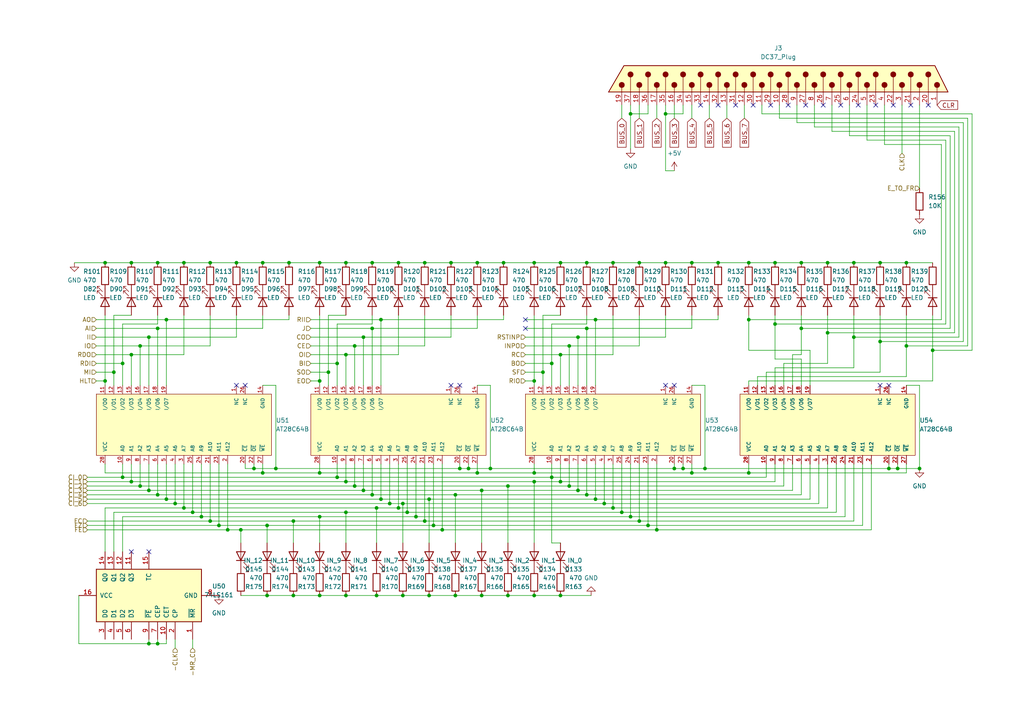
<source format=kicad_sch>
(kicad_sch (version 20230121) (generator eeschema)
  (paper "A4")
  (title_block (title "Control Logic 1/2") (date "2023-07-17") (rev "1"))
  (junction (at 200.66 137.16))
  (junction (at 138.43 137.16))
  (junction (at 116.84 172.72))
  (junction (at 257.81 135.89))
  (junction (at 107.95 143.51))
  (junction (at 217.17 92.71))
  (junction (at 97.79 105.41))
  (junction (at 45.72 186.69))
  (junction (at 260.35 135.89))
  (junction (at 217.17 137.16))
  (junction (at 170.18 95.25))
  (junction (at 100.33 102.87))
  (junction (at 142.24 135.89))
  (junction (at 60.96 76.2))
  (junction (at 109.22 147.32))
  (junction (at 33.02 107.95))
  (junction (at 162.56 102.87))
  (junction (at 100.33 172.72))
  (junction (at 92.71 76.2))
  (junction (at 154.94 137.16))
  (junction (at 175.26 146.05))
  (junction (at 208.28 76.2))
  (junction (at 115.57 147.32))
  (junction (at 107.95 95.25))
  (junction (at 240.03 96.52))
  (junction (at 77.47 172.72))
  (junction (at 132.08 143.51))
  (junction (at 48.26 144.78))
  (junction (at 38.1 139.7))
  (junction (at 154.94 172.72))
  (junction (at 130.81 76.2))
  (junction (at 109.22 172.72))
  (junction (at 217.17 76.2))
  (junction (at 92.71 149.86))
  (junction (at 97.79 138.43))
  (junction (at 172.72 144.78))
  (junction (at 48.26 92.71))
  (junction (at 185.42 76.2))
  (junction (at 162.56 139.7))
  (junction (at 100.33 76.2))
  (junction (at 124.46 144.78))
  (junction (at 138.43 76.2))
  (junction (at 193.04 33.02))
  (junction (at 73.66 135.89))
  (junction (at 182.88 33.02))
  (junction (at 154.94 110.49))
  (junction (at 58.42 149.86))
  (junction (at 154.94 76.2))
  (junction (at 154.94 139.7))
  (junction (at 76.2 76.2))
  (junction (at 85.09 172.72))
  (junction (at 92.71 172.72))
  (junction (at 116.84 146.05))
  (junction (at 110.49 144.78))
  (junction (at 76.2 137.16))
  (junction (at 204.47 135.89))
  (junction (at 157.48 107.95))
  (junction (at 100.33 148.59))
  (junction (at 232.41 95.25))
  (junction (at 120.65 149.86))
  (junction (at 132.08 172.72))
  (junction (at 123.19 151.13))
  (junction (at 165.1 140.97))
  (junction (at 177.8 147.32))
  (junction (at 60.96 151.13))
  (junction (at 102.87 140.97))
  (junction (at 266.7 135.89))
  (junction (at 83.82 76.2))
  (junction (at 69.85 153.67))
  (junction (at 55.88 148.59))
  (junction (at 247.65 76.2))
  (junction (at 165.1 100.33))
  (junction (at 170.18 143.51))
  (junction (at 53.34 147.32))
  (junction (at 110.49 92.71))
  (junction (at 35.56 105.41))
  (junction (at 107.95 76.2))
  (junction (at 255.27 99.06))
  (junction (at 45.72 143.51))
  (junction (at 172.72 92.71))
  (junction (at 38.1 102.87))
  (junction (at 95.25 107.95))
  (junction (at 167.64 97.79))
  (junction (at 105.41 142.24))
  (junction (at 100.33 139.7))
  (junction (at 35.56 138.43))
  (junction (at 170.18 76.2))
  (junction (at 77.47 152.4))
  (junction (at 43.18 186.69))
  (junction (at 190.5 153.67))
  (junction (at 232.41 76.2))
  (junction (at 167.64 142.24))
  (junction (at 180.34 148.59))
  (junction (at 38.1 76.2))
  (junction (at 198.12 135.89))
  (junction (at 123.19 76.2))
  (junction (at 66.04 153.67))
  (junction (at 45.72 95.25))
  (junction (at 147.32 172.72))
  (junction (at 125.73 152.4))
  (junction (at 105.41 97.79))
  (junction (at 240.03 76.2))
  (junction (at 80.01 135.89))
  (junction (at 50.8 146.05))
  (junction (at 43.18 142.24))
  (junction (at 102.87 100.33))
  (junction (at 30.48 110.49))
  (junction (at 224.79 93.98))
  (junction (at 224.79 76.2))
  (junction (at 146.05 76.2))
  (junction (at 255.27 76.2))
  (junction (at 200.66 76.2))
  (junction (at 124.46 172.72))
  (junction (at 68.58 76.2))
  (junction (at 133.35 135.89))
  (junction (at 92.71 137.16))
  (junction (at 187.96 152.4))
  (junction (at 40.64 100.33))
  (junction (at 262.89 76.2))
  (junction (at 160.02 105.41))
  (junction (at 118.11 148.59))
  (junction (at 135.89 135.89))
  (junction (at 85.09 151.13))
  (junction (at 139.7 142.24))
  (junction (at 43.18 97.79))
  (junction (at 115.57 76.2))
  (junction (at 177.8 76.2))
  (junction (at 162.56 172.72))
  (junction (at 147.32 140.97))
  (junction (at 162.56 76.2))
  (junction (at 128.27 153.67))
  (junction (at 195.58 135.89))
  (junction (at 270.51 101.6))
  (junction (at 193.04 76.2))
  (junction (at 182.88 149.86))
  (junction (at 63.5 152.4))
  (junction (at 247.65 97.79))
  (junction (at 262.89 100.33))
  (junction (at 53.34 76.2))
  (junction (at 185.42 151.13))
  (junction (at 92.71 110.49))
  (junction (at 30.48 76.2))
  (junction (at 160.02 138.43))
  (junction (at 113.03 146.05))
  (junction (at 139.7 172.72))
  (junction (at 40.64 140.97))
  (junction (at 45.72 76.2))
  (no_connect (at 248.92 30.48))
  (no_connect (at 259.08 30.48))
  (no_connect (at 254 30.48))
  (no_connect (at 213.36 30.48))
  (no_connect (at 218.44 30.48))
  (no_connect (at 71.12 111.76))
  (no_connect (at 257.81 111.76))
  (no_connect (at 133.35 111.76))
  (no_connect (at 193.04 111.76))
  (no_connect (at 264.16 30.48))
  (no_connect (at 238.76 30.48))
  (no_connect (at 203.2 30.48))
  (no_connect (at 152.4 95.25))
  (no_connect (at 233.68 30.48))
  (no_connect (at 223.52 30.48))
  (no_connect (at 152.4 92.71))
  (no_connect (at 38.1 160.02))
  (no_connect (at 243.84 30.48))
  (no_connect (at 208.28 30.48))
  (no_connect (at 228.6 30.48))
  (no_connect (at 195.58 111.76))
  (no_connect (at 269.24 30.48))
  (no_connect (at 255.27 111.76))
  (no_connect (at 68.58 111.76))
  (no_connect (at 130.81 111.76))
  (no_connect (at 43.18 160.02))
  (wire (pts (xy 139.7 142.24) (xy 139.7 157.48)))
  (wire (pts (xy 260.35 135.89) (xy 260.35 134.62)))
  (wire (pts (xy 97.79 138.43) (xy 160.02 138.43)))
  (wire (pts (xy 187.96 152.4) (xy 187.96 134.62)))
  (wire (pts (xy 224.79 93.98) (xy 224.79 91.44)))
  (wire (pts (xy 274.32 93.98) (xy 274.32 40.64)))
  (wire (pts (xy 275.59 95.25) (xy 275.59 39.37)))
  (wire (pts (xy 113.03 146.05) (xy 116.84 146.05)))
  (wire (pts (xy 229.87 142.24) (xy 229.87 134.62)))
  (wire (pts (xy 224.79 106.68) (xy 247.65 106.68)))
  (wire (pts (xy 160.02 138.43) (xy 160.02 134.62)))
  (wire (pts (xy 105.41 142.24) (xy 139.7 142.24)))
  (wire (pts (xy 35.56 134.62) (xy 35.56 138.43)))
  (wire (pts (xy 162.56 172.72) (xy 154.94 172.72)))
  (wire (pts (xy 25.4 140.97) (xy 40.64 140.97)))
  (wire (pts (xy 97.79 105.41) (xy 97.79 111.76)))
  (wire (pts (xy 139.7 142.24) (xy 167.64 142.24)))
  (wire (pts (xy 177.8 147.32) (xy 177.8 134.62)))
  (wire (pts (xy 43.18 97.79) (xy 43.18 111.76)))
  (wire (pts (xy 92.71 172.72) (xy 85.09 172.72)))
  (wire (pts (xy 200.66 76.2) (xy 208.28 76.2)))
  (wire (pts (xy 95.25 91.44) (xy 100.33 91.44)))
  (wire (pts (xy 280.67 100.33) (xy 280.67 34.29)))
  (wire (pts (xy 48.26 92.71) (xy 48.26 111.76)))
  (wire (pts (xy 25.4 139.7) (xy 38.1 139.7)))
  (wire (pts (xy 50.8 134.62) (xy 50.8 146.05)))
  (wire (pts (xy 107.95 93.98) (xy 107.95 91.44)))
  (wire (pts (xy 266.7 135.89) (xy 260.35 135.89)))
  (wire (pts (xy 76.2 95.25) (xy 76.2 91.44)))
  (wire (pts (xy 154.94 139.7) (xy 162.56 139.7)))
  (wire (pts (xy 60.96 100.33) (xy 60.96 91.44)))
  (wire (pts (xy 266.7 30.48) (xy 266.7 54.61)))
  (wire (pts (xy 90.17 107.95) (xy 95.25 107.95)))
  (wire (pts (xy 198.12 33.02) (xy 193.04 33.02)))
  (wire (pts (xy 270.51 110.49) (xy 270.51 101.6)))
  (wire (pts (xy 38.1 102.87) (xy 53.34 102.87)))
  (wire (pts (xy 90.17 100.33) (xy 102.87 100.33)))
  (wire (pts (xy 222.25 107.95) (xy 255.27 107.95)))
  (wire (pts (xy 48.26 144.78) (xy 110.49 144.78)))
  (wire (pts (xy 193.04 97.79) (xy 193.04 91.44)))
  (wire (pts (xy 180.34 148.59) (xy 242.57 148.59)))
  (wire (pts (xy 102.87 100.33) (xy 123.19 100.33)))
  (wire (pts (xy 66.04 134.62) (xy 66.04 153.67)))
  (wire (pts (xy 50.8 146.05) (xy 113.03 146.05)))
  (wire (pts (xy 185.42 151.13) (xy 185.42 134.62)))
  (wire (pts (xy 154.94 91.44) (xy 154.94 110.49)))
  (wire (pts (xy 53.34 134.62) (xy 53.34 147.32)))
  (wire (pts (xy 165.1 100.33) (xy 165.1 111.76)))
  (wire (pts (xy 160.02 105.41) (xy 160.02 93.98)))
  (wire (pts (xy 92.71 110.49) (xy 92.71 111.76)))
  (wire (pts (xy 224.79 111.76) (xy 224.79 106.68)))
  (wire (pts (xy 242.57 148.59) (xy 242.57 134.62)))
  (wire (pts (xy 27.94 100.33) (xy 40.64 100.33)))
  (wire (pts (xy 154.94 137.16) (xy 154.94 134.62)))
  (wire (pts (xy 27.94 110.49) (xy 30.48 110.49)))
  (wire (pts (xy 90.17 97.79) (xy 105.41 97.79)))
  (wire (pts (xy 120.65 149.86) (xy 182.88 149.86)))
  (wire (pts (xy 142.24 135.89) (xy 142.24 111.76)))
  (wire (pts (xy 71.12 134.62) (xy 71.12 135.89)))
  (wire (pts (xy 45.72 95.25) (xy 45.72 111.76)))
  (wire (pts (xy 250.19 152.4) (xy 250.19 134.62)))
  (wire (pts (xy 200.66 137.16) (xy 217.17 137.16)))
  (wire (pts (xy 45.72 134.62) (xy 45.72 143.51)))
  (wire (pts (xy 76.2 76.2) (xy 83.82 76.2)))
  (wire (pts (xy 281.94 33.02) (xy 220.98 33.02)))
  (wire (pts (xy 123.19 76.2) (xy 130.81 76.2)))
  (wire (pts (xy 152.4 102.87) (xy 162.56 102.87)))
  (wire (pts (xy 25.4 142.24) (xy 43.18 142.24)))
  (wire (pts (xy 204.47 111.76) (xy 204.47 135.89)))
  (wire (pts (xy 27.94 95.25) (xy 45.72 95.25)))
  (wire (pts (xy 165.1 140.97) (xy 227.33 140.97)))
  (wire (pts (xy 68.58 97.79) (xy 68.58 91.44)))
  (wire (pts (xy 262.89 111.76) (xy 266.7 111.76)))
  (wire (pts (xy 100.33 76.2) (xy 107.95 76.2)))
  (wire (pts (xy 234.95 111.76) (xy 234.95 101.6)))
  (wire (pts (xy 100.33 172.72) (xy 92.71 172.72)))
  (wire (pts (xy 154.94 137.16) (xy 200.66 137.16)))
  (wire (pts (xy 40.64 100.33) (xy 60.96 100.33)))
  (wire (pts (xy 138.43 137.16) (xy 154.94 137.16)))
  (wire (pts (xy 120.65 149.86) (xy 120.65 134.62)))
  (wire (pts (xy 222.25 111.76) (xy 222.25 107.95)))
  (wire (pts (xy 217.17 137.16) (xy 217.17 134.62)))
  (wire (pts (xy 152.4 95.25) (xy 170.18 95.25)))
  (wire (pts (xy 35.56 160.02) (xy 35.56 149.86)))
  (wire (pts (xy 105.41 97.79) (xy 130.81 97.79)))
  (wire (pts (xy 262.89 137.16) (xy 262.89 134.62)))
  (wire (pts (xy 45.72 93.98) (xy 45.72 91.44)))
  (wire (pts (xy 135.89 134.62) (xy 135.89 135.89)))
  (wire (pts (xy 234.95 101.6) (xy 217.17 101.6)))
  (wire (pts (xy 180.34 30.48) (xy 180.34 34.29)))
  (wire (pts (xy 232.41 102.87) (xy 232.41 95.25)))
  (wire (pts (xy 92.71 149.86) (xy 120.65 149.86)))
  (wire (pts (xy 198.12 30.48) (xy 198.12 33.02)))
  (wire (pts (xy 58.42 149.86) (xy 92.71 149.86)))
  (wire (pts (xy 240.03 96.52) (xy 276.86 96.52)))
  (wire (pts (xy 171.45 172.72) (xy 162.56 172.72)))
  (wire (pts (xy 255.27 76.2) (xy 262.89 76.2)))
  (wire (pts (xy 227.33 111.76) (xy 227.33 105.41)))
  (wire (pts (xy 281.94 101.6) (xy 281.94 33.02)))
  (wire (pts (xy 160.02 105.41) (xy 160.02 111.76)))
  (wire (pts (xy 172.72 144.78) (xy 172.72 134.62)))
  (wire (pts (xy 222.25 138.43) (xy 222.25 134.62)))
  (wire (pts (xy 118.11 148.59) (xy 180.34 148.59)))
  (wire (pts (xy 236.22 36.83) (xy 236.22 30.48)))
  (wire (pts (xy 60.96 76.2) (xy 68.58 76.2)))
  (wire (pts (xy 100.33 148.59) (xy 100.33 157.48)))
  (wire (pts (xy 185.42 100.33) (xy 185.42 91.44)))
  (wire (pts (xy 139.7 172.72) (xy 132.08 172.72)))
  (wire (pts (xy 279.4 99.06) (xy 279.4 35.56)))
  (wire (pts (xy 107.95 143.51) (xy 132.08 143.51)))
  (wire (pts (xy 116.84 146.05) (xy 175.26 146.05)))
  (wire (pts (xy 130.81 76.2) (xy 138.43 76.2)))
  (wire (pts (xy 217.17 110.49) (xy 270.51 110.49)))
  (wire (pts (xy 255.27 99.06) (xy 255.27 91.44)))
  (wire (pts (xy 53.34 102.87) (xy 53.34 91.44)))
  (wire (pts (xy 240.03 96.52) (xy 240.03 91.44)))
  (wire (pts (xy 92.71 91.44) (xy 92.71 110.49)))
  (wire (pts (xy 90.17 110.49) (xy 92.71 110.49)))
  (wire (pts (xy 227.33 105.41) (xy 240.03 105.41)))
  (wire (pts (xy 232.41 104.14) (xy 224.79 104.14)))
  (wire (pts (xy 105.41 97.79) (xy 105.41 111.76)))
  (wire (pts (xy 162.56 157.48) (xy 160.02 157.48)))
  (wire (pts (xy 266.7 111.76) (xy 266.7 135.89)))
  (wire (pts (xy 276.86 96.52) (xy 276.86 38.1)))
  (wire (pts (xy 190.5 153.67) (xy 252.73 153.67)))
  (wire (pts (xy 35.56 105.41) (xy 35.56 93.98)))
  (wire (pts (xy 217.17 92.71) (xy 273.05 92.71)))
  (wire (pts (xy 92.71 76.2) (xy 100.33 76.2)))
  (wire (pts (xy 35.56 105.41) (xy 35.56 111.76)))
  (wire (pts (xy 97.79 138.43) (xy 97.79 134.62)))
  (wire (pts (xy 45.72 76.2) (xy 53.34 76.2)))
  (wire (pts (xy 27.94 92.71) (xy 48.26 92.71)))
  (wire (pts (xy 80.01 135.89) (xy 80.01 111.76)))
  (wire (pts (xy 35.56 93.98) (xy 45.72 93.98)))
  (wire (pts (xy 182.88 33.02) (xy 182.88 43.18)))
  (wire (pts (xy 247.65 97.79) (xy 278.13 97.79)))
  (wire (pts (xy 45.72 186.69) (xy 43.18 186.69)))
  (wire (pts (xy 210.82 30.48) (xy 210.82 34.29)))
  (wire (pts (xy 97.79 105.41) (xy 97.79 93.98)))
  (wire (pts (xy 182.88 33.02) (xy 182.88 30.48)))
  (wire (pts (xy 273.05 92.71) (xy 273.05 41.91)))
  (wire (pts (xy 55.88 134.62) (xy 55.88 148.59)))
  (wire (pts (xy 200.66 111.76) (xy 204.47 111.76)))
  (wire (pts (xy 48.26 186.69) (xy 45.72 186.69)))
  (wire (pts (xy 167.64 142.24) (xy 167.64 134.62)))
  (wire (pts (xy 133.35 135.89) (xy 135.89 135.89)))
  (wire (pts (xy 25.4 138.43) (xy 35.56 138.43)))
  (wire (pts (xy 110.49 144.78) (xy 124.46 144.78)))
  (wire (pts (xy 162.56 102.87) (xy 162.56 111.76)))
  (wire (pts (xy 245.11 149.86) (xy 245.11 134.62)))
  (wire (pts (xy 257.81 135.89) (xy 260.35 135.89)))
  (wire (pts (xy 152.4 105.41) (xy 160.02 105.41)))
  (wire (pts (xy 231.14 35.56) (xy 231.14 30.48)))
  (wire (pts (xy 133.35 134.62) (xy 133.35 135.89)))
  (wire (pts (xy 247.65 97.79) (xy 247.65 91.44)))
  (wire (pts (xy 76.2 137.16) (xy 30.48 137.16)))
  (wire (pts (xy 116.84 146.05) (xy 116.84 157.48)))
  (wire (pts (xy 262.89 100.33) (xy 280.67 100.33)))
  (wire (pts (xy 278.13 97.79) (xy 278.13 36.83)))
  (wire (pts (xy 115.57 76.2) (xy 123.19 76.2)))
  (wire (pts (xy 270.51 101.6) (xy 281.94 101.6)))
  (wire (pts (xy 162.56 102.87) (xy 177.8 102.87)))
  (wire (pts (xy 123.19 151.13) (xy 185.42 151.13)))
  (wire (pts (xy 110.49 144.78) (xy 110.49 134.62)))
  (wire (pts (xy 100.33 148.59) (xy 118.11 148.59)))
  (wire (pts (xy 22.86 186.69) (xy 22.86 172.72)))
  (wire (pts (xy 157.48 107.95) (xy 157.48 111.76)))
  (wire (pts (xy 27.94 97.79) (xy 43.18 97.79)))
  (wire (pts (xy 66.04 153.67) (xy 69.85 153.67)))
  (wire (pts (xy 219.71 111.76) (xy 219.71 109.22)))
  (wire (pts (xy 152.4 107.95) (xy 157.48 107.95)))
  (wire (pts (xy 55.88 185.42) (xy 55.88 187.96)))
  (wire (pts (xy 204.47 135.89) (xy 198.12 135.89)))
  (wire (pts (xy 85.09 151.13) (xy 123.19 151.13)))
  (wire (pts (xy 154.94 76.2) (xy 162.56 76.2)))
  (wire (pts (xy 217.17 92.71) (xy 217.17 91.44)))
  (wire (pts (xy 123.19 151.13) (xy 123.19 134.62)))
  (wire (pts (xy 73.66 135.89) (xy 80.01 135.89)))
  (wire (pts (xy 170.18 76.2) (xy 177.8 76.2)))
  (wire (pts (xy 219.71 109.22) (xy 262.89 109.22)))
  (wire (pts (xy 128.27 153.67) (xy 190.5 153.67)))
  (wire (pts (xy 115.57 102.87) (xy 115.57 91.44)))
  (wire (pts (xy 160.02 93.98) (xy 170.18 93.98)))
  (wire (pts (xy 25.4 153.67) (xy 66.04 153.67)))
  (wire (pts (xy 40.64 100.33) (xy 40.64 111.76)))
  (wire (pts (xy 80.01 135.89) (xy 133.35 135.89)))
  (wire (pts (xy 217.17 111.76) (xy 217.17 110.49)))
  (wire (pts (xy 152.4 97.79) (xy 167.64 97.79)))
  (wire (pts (xy 154.94 172.72) (xy 147.32 172.72)))
  (wire (pts (xy 95.25 107.95) (xy 95.25 91.44)))
  (wire (pts (xy 232.41 95.25) (xy 275.59 95.25)))
  (wire (pts (xy 128.27 153.67) (xy 128.27 134.62)))
  (wire (pts (xy 152.4 100.33) (xy 165.1 100.33)))
  (wire (pts (xy 227.33 140.97) (xy 227.33 134.62)))
  (wire (pts (xy 142.24 111.76) (xy 138.43 111.76)))
  (wire (pts (xy 100.33 139.7) (xy 100.33 134.62)))
  (wire (pts (xy 90.17 95.25) (xy 107.95 95.25)))
  (wire (pts (xy 160.02 138.43) (xy 222.25 138.43)))
  (wire (pts (xy 240.03 147.32) (xy 240.03 134.62)))
  (wire (pts (xy 215.9 30.48) (xy 215.9 34.29)))
  (wire (pts (xy 165.1 100.33) (xy 185.42 100.33)))
  (wire (pts (xy 193.04 49.53) (xy 195.58 49.53)))
  (wire (pts (xy 109.22 147.32) (xy 109.22 157.48)))
  (wire (pts (xy 27.94 107.95) (xy 33.02 107.95)))
  (wire (pts (xy 257.81 134.62) (xy 257.81 135.89)))
  (wire (pts (xy 124.46 172.72) (xy 116.84 172.72)))
  (wire (pts (xy 182.88 149.86) (xy 182.88 134.62)))
  (wire (pts (xy 48.26 134.62) (xy 48.26 144.78)))
  (wire (pts (xy 175.26 146.05) (xy 237.49 146.05)))
  (wire (pts (xy 157.48 107.95) (xy 157.48 91.44)))
  (wire (pts (xy 55.88 148.59) (xy 100.33 148.59)))
  (wire (pts (xy 90.17 102.87) (xy 100.33 102.87)))
  (wire (pts (xy 90.17 105.41) (xy 97.79 105.41)))
  (wire (pts (xy 27.94 102.87) (xy 38.1 102.87)))
  (wire (pts (xy 68.58 76.2) (xy 76.2 76.2)))
  (wire (pts (xy 187.96 152.4) (xy 250.19 152.4)))
  (wire (pts (xy 273.05 41.91) (xy 256.54 41.91)))
  (wire (pts (xy 33.02 107.95) (xy 33.02 91.44)))
  (wire (pts (xy 25.4 151.13) (xy 60.96 151.13)))
  (wire (pts (xy 237.49 146.05) (xy 237.49 134.62)))
  (wire (pts (xy 162.56 76.2) (xy 170.18 76.2)))
  (wire (pts (xy 25.4 146.05) (xy 50.8 146.05)))
  (wire (pts (xy 50.8 185.42) (xy 50.8 187.96)))
  (wire (pts (xy 105.41 142.24) (xy 105.41 134.62)))
  (wire (pts (xy 30.48 137.16) (xy 30.48 134.62)))
  (wire (pts (xy 38.1 102.87) (xy 38.1 111.76)))
  (wire (pts (xy 113.03 146.05) (xy 113.03 134.62)))
  (wire (pts (xy 85.09 151.13) (xy 85.09 157.48)))
  (wire (pts (xy 107.95 95.25) (xy 138.43 95.25)))
  (wire (pts (xy 232.41 95.25) (xy 232.41 91.44)))
  (wire (pts (xy 132.08 172.72) (xy 124.46 172.72)))
  (wire (pts (xy 154.94 110.49) (xy 154.94 111.76)))
  (wire (pts (xy 109.22 147.32) (xy 115.57 147.32)))
  (wire (pts (xy 187.96 33.02) (xy 182.88 33.02)))
  (wire (pts (xy 35.56 149.86) (xy 58.42 149.86)))
  (wire (pts (xy 63.5 152.4) (xy 77.47 152.4)))
  (wire (pts (xy 172.72 92.71) (xy 172.72 111.76)))
  (wire (pts (xy 107.95 95.25) (xy 107.95 111.76)))
  (wire (pts (xy 110.49 92.71) (xy 146.05 92.71)))
  (wire (pts (xy 71.12 135.89) (xy 73.66 135.89)))
  (wire (pts (xy 229.87 102.87) (xy 232.41 102.87)))
  (wire (pts (xy 25.4 144.78) (xy 48.26 144.78)))
  (wire (pts (xy 278.13 36.83) (xy 236.22 36.83)))
  (wire (pts (xy 224.79 76.2) (xy 232.41 76.2)))
  (wire (pts (xy 170.18 143.51) (xy 232.41 143.51)))
  (wire (pts (xy 280.67 34.29) (xy 226.06 34.29)))
  (wire (pts (xy 167.64 97.79) (xy 193.04 97.79)))
  (wire (pts (xy 177.8 76.2) (xy 185.42 76.2)))
  (wire (pts (xy 270.51 101.6) (xy 270.51 91.44)))
  (wire (pts (xy 138.43 76.2) (xy 146.05 76.2)))
  (wire (pts (xy 83.82 76.2) (xy 92.71 76.2)))
  (wire (pts (xy 125.73 152.4) (xy 125.73 134.62)))
  (wire (pts (xy 69.85 153.67) (xy 128.27 153.67)))
  (wire (pts (xy 160.02 157.48) (xy 160.02 138.43)))
  (wire (pts (xy 185.42 76.2) (xy 193.04 76.2)))
  (wire (pts (xy 170.18 95.25) (xy 170.18 111.76)))
  (wire (pts (xy 262.89 100.33) (xy 262.89 91.44)))
  (wire (pts (xy 43.18 142.24) (xy 105.41 142.24)))
  (wire (pts (xy 43.18 186.69) (xy 22.86 186.69)))
  (wire (pts (xy 77.47 152.4) (xy 125.73 152.4)))
  (wire (pts (xy 102.87 140.97) (xy 102.87 134.62)))
  (wire (pts (xy 95.25 107.95) (xy 95.25 111.76)))
  (wire (pts (xy 170.18 95.25) (xy 200.66 95.25)))
  (wire (pts (xy 167.64 97.79) (xy 167.64 111.76)))
  (wire (pts (xy 80.01 111.76) (xy 76.2 111.76)))
  (wire (pts (xy 130.81 97.79) (xy 130.81 91.44)))
  (wire (pts (xy 33.02 148.59) (xy 55.88 148.59)))
  (wire (pts (xy 224.79 104.14) (xy 224.79 93.98)))
  (wire (pts (xy 115.57 147.32) (xy 115.57 134.62)))
  (wire (pts (xy 247.65 76.2) (xy 255.27 76.2)))
  (wire (pts (xy 69.85 153.67) (xy 69.85 157.48)))
  (wire (pts (xy 195.58 135.89) (xy 195.58 134.62)))
  (wire (pts (xy 53.34 76.2) (xy 60.96 76.2)))
  (wire (pts (xy 83.82 92.71) (xy 83.82 91.44)))
  (wire (pts (xy 232.41 111.76) (xy 232.41 104.14)))
  (wire (pts (xy 48.26 185.42) (xy 48.26 186.69)))
  (wire (pts (xy 45.72 143.51) (xy 107.95 143.51)))
  (wire (pts (xy 204.47 135.89) (xy 257.81 135.89)))
  (wire (pts (xy 38.1 139.7) (xy 100.33 139.7)))
  (wire (pts (xy 97.79 93.98) (xy 107.95 93.98)))
  (wire (pts (xy 100.33 102.87) (xy 115.57 102.87)))
  (wire (pts (xy 187.96 30.48) (xy 187.96 33.02)))
  (wire (pts (xy 124.46 144.78) (xy 172.72 144.78)))
  (wire (pts (xy 193.04 76.2) (xy 200.66 76.2)))
  (wire (pts (xy 198.12 135.89) (xy 195.58 135.89)))
  (wire (pts (xy 107.95 143.51) (xy 107.95 134.62)))
  (wire (pts (xy 247.65 151.13) (xy 247.65 134.62)))
  (wire (pts (xy 162.56 139.7) (xy 162.56 134.62)))
  (wire (pts (xy 43.18 134.62) (xy 43.18 142.24)))
  (wire (pts (xy 152.4 110.49) (xy 154.94 110.49)))
  (wire (pts (xy 100.33 139.7) (xy 154.94 139.7)))
  (wire (pts (xy 102.87 100.33) (xy 102.87 111.76)))
  (wire (pts (xy 77.47 172.72) (xy 69.85 172.72)))
  (wire (pts (xy 132.08 143.51) (xy 132.08 157.48)))
  (wire (pts (xy 208.28 76.2) (xy 217.17 76.2)))
  (wire (pts (xy 35.56 138.43) (xy 97.79 138.43)))
  (wire (pts (xy 220.98 33.02) (xy 220.98 30.48)))
  (wire (pts (xy 154.94 139.7) (xy 154.94 157.48)))
  (wire (pts (xy 152.4 92.71) (xy 172.72 92.71)))
  (wire (pts (xy 240.03 105.41) (xy 240.03 96.52)))
  (wire (pts (xy 165.1 140.97) (xy 165.1 134.62)))
  (wire (pts (xy 77.47 152.4) (xy 77.47 157.48)))
  (wire (pts (xy 118.11 148.59) (xy 118.11 134.62)))
  (wire (pts (xy 100.33 102.87) (xy 100.33 111.76)))
  (wire (pts (xy 40.64 140.97) (xy 102.87 140.97)))
  (wire (pts (xy 217.17 76.2) (xy 224.79 76.2)))
  (wire (pts (xy 135.89 135.89) (xy 142.24 135.89)))
  (wire (pts (xy 170.18 93.98) (xy 170.18 91.44)))
  (wire (pts (xy 116.84 172.72) (xy 109.22 172.72)))
  (wire (pts (xy 142.24 135.89) (xy 195.58 135.89)))
  (wire (pts (xy 48.26 92.71) (xy 83.82 92.71)))
  (wire (pts (xy 193.04 33.02) (xy 193.04 30.48)))
  (wire (pts (xy 132.08 143.51) (xy 170.18 143.51)))
  (wire (pts (xy 109.22 172.72) (xy 100.33 172.72)))
  (wire (pts (xy 30.48 147.32) (xy 53.34 147.32)))
  (wire (pts (xy 255.27 107.95) (xy 255.27 99.06)))
  (wire (pts (xy 147.32 172.72) (xy 139.7 172.72)))
  (wire (pts (xy 115.57 147.32) (xy 177.8 147.32)))
  (wire (pts (xy 30.48 110.49) (xy 30.48 111.76)))
  (wire (pts (xy 167.64 142.24) (xy 229.87 142.24)))
  (wire (pts (xy 30.48 160.02) (xy 30.48 147.32)))
  (wire (pts (xy 138.43 134.62) (xy 138.43 137.16)))
  (wire (pts (xy 177.8 102.87) (xy 177.8 91.44)))
  (wire (pts (xy 33.02 107.95) (xy 33.02 111.76)))
  (wire (pts (xy 25.4 152.4) (xy 63.5 152.4)))
  (wire (pts (xy 234.95 144.78) (xy 234.95 134.62)))
  (wire (pts (xy 232.41 143.51) (xy 232.41 134.62)))
  (wire (pts (xy 147.32 140.97) (xy 165.1 140.97)))
  (wire (pts (xy 53.34 147.32) (xy 109.22 147.32)))
  (wire (pts (xy 25.4 143.51) (xy 45.72 143.51)))
  (wire (pts (xy 274.32 40.64) (xy 251.46 40.64)))
  (wire (pts (xy 232.41 76.2) (xy 240.03 76.2)))
  (wire (pts (xy 27.94 105.41) (xy 35.56 105.41)))
  (wire (pts (xy 182.88 149.86) (xy 245.11 149.86)))
  (wire (pts (xy 224.79 139.7) (xy 224.79 134.62)))
  (wire (pts (xy 63.5 134.62) (xy 63.5 152.4)))
  (wire (pts (xy 217.17 101.6) (xy 217.17 92.71)))
  (wire (pts (xy 30.48 76.2) (xy 38.1 76.2)))
  (wire (pts (xy 60.96 151.13) (xy 85.09 151.13)))
  (wire (pts (xy 172.72 92.71) (xy 208.28 92.71)))
  (wire (pts (xy 45.72 95.25) (xy 76.2 95.25)))
  (wire (pts (xy 217.17 137.16) (xy 262.89 137.16)))
  (wire (pts (xy 247.65 106.68) (xy 247.65 97.79)))
  (wire (pts (xy 185.42 30.48) (xy 185.42 34.29)))
  (wire (pts (xy 180.34 148.59) (xy 180.34 134.62)))
  (wire (pts (xy 33.02 160.02) (xy 33.02 148.59)))
  (wire (pts (xy 193.04 33.02) (xy 193.04 49.53)))
  (wire (pts (xy 185.42 151.13) (xy 247.65 151.13)))
  (wire (pts (xy 172.72 144.78) (xy 234.95 144.78)))
  (wire (pts (xy 200.66 30.48) (xy 200.66 34.29)))
  (wire (pts (xy 200.66 95.25) (xy 200.66 91.44)))
  (wire (pts (xy 147.32 140.97) (xy 147.32 157.48)))
  (wire (pts (xy 251.46 40.64) (xy 251.46 30.48)))
  (wire (pts (xy 195.58 30.48) (xy 195.58 34.29)))
  (wire (pts (xy 200.66 134.62) (xy 200.66 137.16)))
  (wire (pts (xy 157.48 91.44) (xy 162.56 91.44)))
  (wire (pts (xy 110.49 92.71) (xy 110.49 111.76)))
  (wire (pts (xy 40.64 134.62) (xy 40.64 140.97)))
  (wire (pts (xy 85.09 172.72) (xy 77.47 172.72)))
  (wire (pts (xy 241.3 38.1) (xy 241.3 30.48)))
  (wire (pts (xy 60.96 134.62) (xy 60.96 151.13)))
  (wire (pts (xy 275.59 39.37) (xy 246.38 39.37)))
  (wire (pts (xy 43.18 185.42) (xy 43.18 186.69)))
  (wire (pts (xy 177.8 147.32) (xy 240.03 147.32)))
  (wire (pts (xy 146.05 92.71) (xy 146.05 91.44)))
  (wire (pts (xy 125.73 152.4) (xy 187.96 152.4)))
  (wire (pts (xy 262.89 76.2) (xy 270.51 76.2)))
  (wire (pts (xy 45.72 185.42) (xy 45.72 186.69)))
  (wire (pts (xy 252.73 153.67) (xy 252.73 134.62)))
  (wire (pts (xy 224.79 93.98) (xy 274.32 93.98)))
  (wire (pts (xy 30.48 91.44) (xy 30.48 110.49)))
  (wire (pts (xy 107.95 76.2) (xy 115.57 76.2)))
  (wire (pts (xy 38.1 134.62) (xy 38.1 139.7)))
  (wire (pts (xy 276.86 38.1) (xy 241.3 38.1)))
  (wire (pts (xy 92.71 134.62) (xy 92.71 137.16)))
  (wire (pts (xy 256.54 41.91) (xy 256.54 30.48)))
  (wire (pts (xy 146.05 76.2) (xy 154.94 76.2)))
  (wire (pts (xy 138.43 95.25) (xy 138.43 91.44)))
  (wire (pts (xy 102.87 140.97) (xy 147.32 140.97)))
  (wire (pts (xy 255.27 99.06) (xy 279.4 99.06)))
  (wire (pts (xy 226.06 34.29) (xy 226.06 30.48)))
  (wire (pts (xy 261.62 30.48) (xy 261.62 44.45)))
  (wire (pts (xy 198.12 135.89) (xy 198.12 134.62)))
  (wire (pts (xy 123.19 100.33) (xy 123.19 91.44)))
  (wire (pts (xy 33.02 91.44) (xy 38.1 91.44)))
  (wire (pts (xy 58.42 134.62) (xy 58.42 149.86)))
  (wire (pts (xy 124.46 144.78) (xy 124.46 157.48)))
  (wire (pts (xy 21.59 76.2) (xy 30.48 76.2)))
  (wire (pts (xy 262.89 109.22) (xy 262.89 100.33)))
  (wire (pts (xy 90.17 92.71) (xy 110.49 92.71)))
  (wire (pts (xy 38.1 76.2) (xy 45.72 76.2)))
  (wire (pts (xy 190.5 30.48) (xy 190.5 34.29)))
  (wire (pts (xy 190.5 153.67) (xy 190.5 134.62)))
  (wire (pts (xy 170.18 143.51) (xy 170.18 134.62)))
  (wire (pts (xy 92.71 149.86) (xy 92.71 157.48)))
  (wire (pts (xy 43.18 97.79) (xy 68.58 97.79)))
  (wire (pts (xy 76.2 134.62) (xy 76.2 137.16)))
  (wire (pts (xy 229.87 111.76) (xy 229.87 102.87)))
  (wire (pts (xy 246.38 39.37) (xy 246.38 30.48)))
  (wire (pts (xy 92.71 137.16) (xy 76.2 137.16)))
  (wire (pts (xy 205.74 30.48) (xy 205.74 34.29)))
  (wire (pts (xy 208.28 92.71) (xy 208.28 91.44)))
  (wire (pts (xy 92.71 137.16) (xy 138.43 137.16)))
  (wire (pts (xy 279.4 35.56) (xy 231.14 35.56)))
  (wire (pts (xy 175.26 146.05) (xy 175.26 134.62)))
  (wire (pts (xy 240.03 76.2) (xy 247.65 76.2)))
  (wire (pts (xy 162.56 139.7) (xy 224.79 139.7)))
  (wire (pts (xy 73.66 134.62) (xy 73.66 135.89)))
  (global_label "BUS_4" (shape input) (at 200.66 34.29 270) (property "Intersheetrefs" "${INTERSHEET_REFS}" (effects hide)))
  (global_label "BUS_3" (shape input) (at 195.58 34.29 270) (property "Intersheetrefs" "${INTERSHEET_REFS}" (effects hide)))
  (global_label "CLR" (shape input) (at 271.78 30.48 0) (property "Intersheetrefs" "${INTERSHEET_REFS}" (effects hide)))
  (global_label "BUS_6" (shape input) (at 210.82 34.29 270) (property "Intersheetrefs" "${INTERSHEET_REFS}" (effects hide)))
  (global_label "BUS_1" (shape input) (at 185.42 34.29 270) (property "Intersheetrefs" "${INTERSHEET_REFS}" (effects hide)))
  (global_label "BUS_5" (shape input) (at 205.74 34.29 270) (property "Intersheetrefs" "${INTERSHEET_REFS}" (effects hide)))
  (global_label "BUS_7" (shape input) (at 215.9 34.29 270) (property "Intersheetrefs" "${INTERSHEET_REFS}" (effects hide)))
  (global_label "BUS_0" (shape input) (at 180.34 34.29 270) (property "Intersheetrefs" "${INTERSHEET_REFS}" (effects hide)))
  (global_label "BUS_2" (shape input) (at 190.5 34.29 270) (property "Intersheetrefs" "${INTERSHEET_REFS}" (effects hide)))
  (hierarchical_label "CI_1" (shape input) (at 25.4 139.7 180))
  (hierarchical_label "CO" (shape input) (at 90.17 97.79 180))
  (hierarchical_label "J" (shape input) (at 90.17 95.25 180))
  (hierarchical_label "OI" (shape input) (at 90.17 102.87 180))
  (hierarchical_label "FZ" (shape input) (at 25.4 152.4 180))
  (hierarchical_label "RII" (shape input) (at 90.17 92.71 180))
  (hierarchical_label "CI_2" (shape input) (at 25.4 140.97 180))
  (hierarchical_label "CLK" (shape input) (at 261.62 44.45 270))
  (hierarchical_label "HLT" (shape input) (at 27.94 110.49 180))
  (hierarchical_label "AO" (shape input) (at 27.94 92.71 180))
  (hierarchical_label "AI" (shape input) (at 27.94 95.25 180))
  (hierarchical_label "IO" (shape input) (at 27.94 100.33 180))
  (hierarchical_label "CI_0" (shape input) (at 25.4 138.43 180))
  (hierarchical_label "CI_3" (shape input) (at 25.4 142.24 180))
  (hierarchical_label "RDO" (shape input) (at 27.94 102.87 180))
  (hierarchical_label "-MR_C" (shape input) (at 55.88 187.96 270))
  (hierarchical_label "FC" (shape input) (at 25.4 151.13 180))
  (hierarchical_label "INPO" (shape input) (at 152.4 100.33 180))
  (hierarchical_label "RSTINP" (shape input) (at 152.4 97.79 180))
  (hierarchical_label "BI" (shape input) (at 90.17 105.41 180))
  (hierarchical_label "RDI" (shape input) (at 27.94 105.41 180))
  (hierarchical_label "BO" (shape input) (at 152.4 105.41 180))
  (hierarchical_label "II" (shape input) (at 27.94 97.79 180))
  (hierarchical_label "E_TO_FR" (shape input) (at 266.7 54.61 180))
  (hierarchical_label "EO" (shape input) (at 90.17 110.49 180))
  (hierarchical_label "CI_5" (shape input) (at 25.4 144.78 180))
  (hierarchical_label "RIO" (shape input) (at 152.4 110.49 180))
  (hierarchical_label "CI_6" (shape input) (at 25.4 146.05 180))
  (hierarchical_label "-CLK" (shape input) (at 50.8 187.96 270))
  (hierarchical_label "FE" (shape input) (at 25.4 153.67 180))
  (hierarchical_label "MI" (shape input) (at 27.94 107.95 180))
  (hierarchical_label "CI_4" (shape input) (at 25.4 143.51 180))
  (hierarchical_label "SO" (shape input) (at 90.17 107.95 180))
  (hierarchical_label "RC" (shape input) (at 152.4 102.87 180))
  (hierarchical_label "SF" (shape input) (at 152.4 107.95 180))
  (hierarchical_label "CE" (shape input) (at 90.17 100.33 180))
  (symbol (lib_id "Device:LED") (at 139.7 161.29 90) (unit 1)
    (property "Reference" "D136" (at 146.05 165.1 90) (effects (justify left)))
    (property "Value" "IN_3" (at 146.05 162.56 90) (effects (justify left)))
    (property "Footprint" "LED_THT:LED_D3.0mm" (effects hide))
  )
  (symbol (lib_id "Device:LED") (at 255.27 87.63 270) (unit 1)
    (property "Reference" "D118" (at 248.92 83.82 90) (effects (justify left)))
    (property "Value" "LED" (at 248.92 86.36 90) (effects (justify left)))
    (property "Footprint" "LED_THT:LED_D3.0mm" (effects hide))
  )
  (symbol (lib_id "Device:LED") (at 208.28 87.63 270) (unit 1)
    (property "Reference" "D112" (at 201.93 83.82 90) (effects (justify left)))
    (property "Value" "LED" (at 201.93 86.36 90) (effects (justify left)))
    (property "Footprint" "LED_THT:LED_D3.0mm" (effects hide))
  )
  (symbol (lib_id "Device:LED") (at 60.96 87.63 270) (unit 1)
    (property "Reference" "D93" (at 54.61 83.82 90) (effects (justify left)))
    (property "Value" "LED" (at 54.61 86.36 90) (effects (justify left)))
    (property "Footprint" "LED_THT:LED_D3.0mm" (effects hide))
  )
  (symbol (lib_id "Parallel_EEPROM:AT28C64B-15PU") (at 92.71 137.16 90) (unit 1)
    (property "Reference" "U52" (at 142.24 121.92 90) (effects (justify right)))
    (property "Value" "AT28C64B" (at 142.24 124.46 90) (effects (justify right)))
    (property "Footprint" "Package_DIP:DIP-28_W15.24mm_Socket" (effects hide))
    (property "Datasheet" "http://ww1.microchip.com/downloads/en/DeviceDoc/doc0270.pdf" (effects hide))
    (property "Access Time" "150ns" (effects hide))
    (property "Memory Size" "64Kb (8K x 8)" (effects hide))
    (property "Technology" "EEPROM" (effects hide))
    (property "Voltage - Supply" "4.5V ~{} 5.5V" (effects hide))
    (property "category" "IC" (effects hide))
    (property "digikey description" "EEPROM Memory IC 64Kb (8K x 8) Parallel  150ns 28-PDIP" (effects hide))
    (property "digikey part number" "AT28C64B-15PU-ND" (effects hide))
    (property "ipc land pattern name" "DIP1556W46P254L3702H483Q28" (effects hide))
    (property "lead free" "yes" (effects hide))
    (property "library id" "a820f96a93be55bf" (effects hide))
    (property "manufacturer" "Microchip" (effects hide))
    (property "mouser part number" "556-AT28C64B15PU" (effects hide))
    (property "package" "PDIP28" (effects hide))
    (property "rohs" "yes" (effects hide))
    (property "temperature range high" "+85°C" (effects hide))
    (property "temperature range low" "-40°C" (effects hide))
  )
  (symbol (lib_id "Device:LED") (at 185.42 87.63 270) (unit 1)
    (property "Reference" "D109" (at 179.07 83.82 90) (effects (justify left)))
    (property "Value" "LED" (at 179.07 86.36 90) (effects (justify left)))
    (property "Footprint" "LED_THT:LED_D3.0mm" (effects hide))
  )
  (symbol (lib_id "Device:LED") (at 85.09 161.29 90) (unit 1)
    (property "Reference" "D143" (at 91.44 165.1 90) (effects (justify left)))
    (property "Value" "IN_10" (at 91.44 162.56 90) (effects (justify left)))
    (property "Footprint" "LED_THT:LED_D3.0mm" (effects hide))
  )
  (symbol (lib_id "Device:R") (at 162.56 80.01 0) (unit 1)
    (property "Reference" "R125" (at 156.21 78.74 0) (effects (justify left)))
    (property "Value" "470" (at 156.21 81.28 0) (effects (justify left)))
    (property "Footprint" "Resistor_SMD:R_1206_3216Metric_Pad1.30x1.75mm_HandSolder" (effects hide))
  )
  (symbol (lib_id "Device:LED") (at 115.57 87.63 270) (unit 1)
    (property "Reference" "D100" (at 109.22 83.82 90) (effects (justify left)))
    (property "Value" "LED" (at 109.22 86.36 90) (effects (justify left)))
    (property "Footprint" "LED_THT:LED_D3.0mm" (effects hide))
  )
  (symbol (lib_id "Device:LED") (at 240.03 87.63 270) (unit 1)
    (property "Reference" "D116" (at 233.68 83.82 90) (effects (justify left)))
    (property "Value" "LED" (at 233.68 86.36 90) (effects (justify left)))
    (property "Footprint" "LED_THT:LED_D3.0mm" (effects hide))
  )
  (symbol (lib_id "Device:R") (at 130.81 80.01 0) (unit 1)
    (property "Reference" "R121" (at 124.46 78.74 0) (effects (justify left)))
    (property "Value" "470" (at 124.46 81.28 0) (effects (justify left)))
    (property "Footprint" "Resistor_SMD:R_1206_3216Metric_Pad1.30x1.75mm_HandSolder" (effects hide))
  )
  (symbol (lib_id "Device:R") (at 266.7 58.42 0) (unit 1)
    (property "Reference" "R156" (at 269.24 57.15 0) (effects (justify left)))
    (property "Value" "10K" (at 269.24 59.69 0) (effects (justify left)))
    (property "Footprint" "Resistor_SMD:R_1206_3216Metric_Pad1.30x1.75mm_HandSolder" (effects hide))
  )
  (symbol (lib_id "Device:LED") (at 170.18 87.63 270) (unit 1)
    (property "Reference" "D107" (at 163.83 83.82 90) (effects (justify left)))
    (property "Value" "LED" (at 163.83 86.36 90) (effects (justify left)))
    (property "Footprint" "LED_THT:LED_D3.0mm" (effects hide))
  )
  (symbol (lib_id "Device:LED") (at 270.51 87.63 270) (unit 1)
    (property "Reference" "D120" (at 264.16 83.82 90) (effects (justify left)))
    (property "Value" "LED" (at 264.16 86.36 90) (effects (justify left)))
    (property "Footprint" "LED_THT:LED_D3.0mm" (effects hide))
  )
  (symbol (lib_id "Device:LED") (at 68.58 87.63 270) (unit 1)
    (property "Reference" "D94" (at 62.23 83.82 90) (effects (justify left)))
    (property "Value" "LED" (at 62.23 86.36 90) (effects (justify left)))
    (property "Footprint" "LED_THT:LED_D3.0mm" (effects hide))
  )
  (symbol (lib_id "power:GND") (at 266.7 62.23 0) (unit 1)
    (property "Reference" "#PWR0114" (effects hide))
    (property "Value" "GND" (at 266.7 67.31 0))
  )
  (symbol (lib_id "Device:R") (at 217.17 80.01 0) (unit 1)
    (property "Reference" "R132" (at 210.82 78.74 0) (effects (justify left)))
    (property "Value" "470" (at 210.82 81.28 0) (effects (justify left)))
    (property "Footprint" "Resistor_SMD:R_1206_3216Metric_Pad1.30x1.75mm_HandSolder" (effects hide))
  )
  (symbol (lib_id "Device:R") (at 200.66 80.01 0) (unit 1)
    (property "Reference" "R130" (at 194.31 78.74 0) (effects (justify left)))
    (property "Value" "470" (at 194.31 81.28 0) (effects (justify left)))
    (property "Footprint" "Resistor_SMD:R_1206_3216Metric_Pad1.30x1.75mm_HandSolder" (effects hide))
  )
  (symbol (lib_id "Device:LED") (at 162.56 87.63 270) (unit 1)
    (property "Reference" "D106" (at 156.21 83.82 90) (effects (justify left)))
    (property "Value" "LED" (at 156.21 86.36 90) (effects (justify left)))
    (property "Footprint" "LED_THT:LED_D3.0mm" (effects hide))
  )
  (symbol (lib_id "power:+5V") (at 195.58 49.53 0) (unit 1)
    (property "Reference" "#PWR0105" (effects hide))
    (property "Value" "+5V" (at 195.58 44.45 0))
  )
  (symbol (lib_id "Device:LED") (at 247.65 87.63 270) (unit 1)
    (property "Reference" "D117" (at 241.3 83.82 90) (effects (justify left)))
    (property "Value" "LED" (at 241.3 86.36 90) (effects (justify left)))
    (property "Footprint" "LED_THT:LED_D3.0mm" (effects hide))
  )
  (symbol (lib_id "Device:R") (at 162.56 168.91 180) (unit 1)
    (property "Reference" "R163" (at 168.91 170.18 0) (effects (justify left)))
    (property "Value" "470" (at 168.91 167.64 0) (effects (justify left)))
    (property "Footprint" "Resistor_SMD:R_1206_3216Metric_Pad1.30x1.75mm_HandSolder" (effects hide))
  )
  (symbol (lib_id "Device:R") (at 240.03 80.01 0) (unit 1)
    (property "Reference" "R135" (at 233.68 78.74 0) (effects (justify left)))
    (property "Value" "470" (at 233.68 81.28 0) (effects (justify left)))
    (property "Footprint" "Resistor_SMD:R_1206_3216Metric_Pad1.30x1.75mm_HandSolder" (effects hide))
  )
  (symbol (lib_id "Device:LED") (at 109.22 161.29 90) (unit 1)
    (property "Reference" "D140" (at 115.57 165.1 90) (effects (justify left)))
    (property "Value" "IN_7" (at 115.57 162.56 90) (effects (justify left)))
    (property "Footprint" "LED_THT:LED_D3.0mm" (effects hide))
  )
  (symbol (lib_id "Device:R") (at 69.85 168.91 180) (unit 1)
    (property "Reference" "R175" (at 76.2 170.18 0) (effects (justify left)))
    (property "Value" "470" (at 76.2 167.64 0) (effects (justify left)))
    (property "Footprint" "Resistor_SMD:R_1206_3216Metric_Pad1.30x1.75mm_HandSolder" (effects hide))
  )
  (symbol (lib_id "Device:R") (at 68.58 80.01 0) (unit 1)
    (property "Reference" "R113" (at 62.23 78.74 0) (effects (justify left)))
    (property "Value" "470" (at 62.23 81.28 0) (effects (justify left)))
    (property "Footprint" "Resistor_SMD:R_1206_3216Metric_Pad1.30x1.75mm_HandSolder" (effects hide))
  )
  (symbol (lib_id "Device:LED") (at 30.48 87.63 270) (unit 1)
    (property "Reference" "D82" (at 24.13 83.82 90) (effects (justify left)))
    (property "Value" "LED" (at 24.13 86.36 90) (effects (justify left)))
    (property "Footprint" "LED_THT:LED_D3.0mm" (effects hide))
  )
  (symbol (lib_id "Device:R") (at 123.19 80.01 0) (unit 1)
    (property "Reference" "R120" (at 116.84 78.74 0) (effects (justify left)))
    (property "Value" "470" (at 116.84 81.28 0) (effects (justify left)))
    (property "Footprint" "Resistor_SMD:R_1206_3216Metric_Pad1.30x1.75mm_HandSolder" (effects hide))
  )
  (symbol (lib_id "Device:LED") (at 162.56 161.29 90) (unit 1)
    (property "Reference" "D133" (at 168.91 165.1 90) (effects (justify left)))
    (property "Value" "IN_0" (at 168.91 162.56 90) (effects (justify left)))
    (property "Footprint" "LED_THT:LED_D3.0mm" (effects hide))
  )
  (symbol (lib_id "Device:LED") (at 154.94 161.29 90) (unit 1)
    (property "Reference" "D134" (at 161.29 165.1 90) (effects (justify left)))
    (property "Value" "IN_1" (at 161.29 162.56 90) (effects (justify left)))
    (property "Footprint" "LED_THT:LED_D3.0mm" (effects hide))
  )
  (symbol (lib_id "Device:LED") (at 77.47 161.29 90) (unit 1)
    (property "Reference" "D144" (at 83.82 165.1 90) (effects (justify left)))
    (property "Value" "IN_11" (at 83.82 162.56 90) (effects (justify left)))
    (property "Footprint" "LED_THT:LED_D3.0mm" (effects hide))
  )
  (symbol (lib_id "Device:R") (at 100.33 168.91 180) (unit 1)
    (property "Reference" "R171" (at 106.68 170.18 0) (effects (justify left)))
    (property "Value" "470" (at 106.68 167.64 0) (effects (justify left)))
    (property "Footprint" "Resistor_SMD:R_1206_3216Metric_Pad1.30x1.75mm_HandSolder" (effects hide))
  )
  (symbol (lib_id "Device:LED") (at 217.17 87.63 270) (unit 1)
    (property "Reference" "D113" (at 210.82 83.82 90) (effects (justify left)))
    (property "Value" "LED" (at 210.82 86.36 90) (effects (justify left)))
    (property "Footprint" "LED_THT:LED_D3.0mm" (effects hide))
  )
  (symbol (lib_id "Device:R") (at 115.57 80.01 0) (unit 1)
    (property "Reference" "R119" (at 109.22 78.74 0) (effects (justify left)))
    (property "Value" "470" (at 109.22 81.28 0) (effects (justify left)))
    (property "Footprint" "Resistor_SMD:R_1206_3216Metric_Pad1.30x1.75mm_HandSolder" (effects hide))
  )
  (symbol (lib_id "power:GND") (at 21.59 76.2 0) (unit 1)
    (property "Reference" "#PWR0103" (effects hide))
    (property "Value" "GND" (at 21.59 81.28 0))
  )
  (symbol (lib_id "Device:R") (at 132.08 168.91 180) (unit 1)
    (property "Reference" "R167" (at 138.43 170.18 0) (effects (justify left)))
    (property "Value" "470" (at 138.43 167.64 0) (effects (justify left)))
    (property "Footprint" "Resistor_SMD:R_1206_3216Metric_Pad1.30x1.75mm_HandSolder" (effects hide))
  )
  (symbol (lib_id "Device:R") (at 147.32 168.91 180) (unit 1)
    (property "Reference" "R165" (at 153.67 170.18 0) (effects (justify left)))
    (property "Value" "470" (at 153.67 167.64 0) (effects (justify left)))
    (property "Footprint" "Resistor_SMD:R_1206_3216Metric_Pad1.30x1.75mm_HandSolder" (effects hide))
  )
  (symbol (lib_id "Device:R") (at 92.71 168.91 180) (unit 1)
    (property "Reference" "R172" (at 99.06 170.18 0) (effects (justify left)))
    (property "Value" "470" (at 99.06 167.64 0) (effects (justify left)))
    (property "Footprint" "Resistor_SMD:R_1206_3216Metric_Pad1.30x1.75mm_HandSolder" (effects hide))
  )
  (symbol (lib_id "Device:R") (at 262.89 80.01 0) (unit 1)
    (property "Reference" "R138" (at 256.54 78.74 0) (effects (justify left)))
    (property "Value" "470" (at 256.54 81.28 0) (effects (justify left)))
    (property "Footprint" "Resistor_SMD:R_1206_3216Metric_Pad1.30x1.75mm_HandSolder" (effects hide))
  )
  (symbol (lib_id "Device:R") (at 154.94 168.91 180) (unit 1)
    (property "Reference" "R164" (at 161.29 170.18 0) (effects (justify left)))
    (property "Value" "470" (at 161.29 167.64 0) (effects (justify left)))
    (property "Footprint" "Resistor_SMD:R_1206_3216Metric_Pad1.30x1.75mm_HandSolder" (effects hide))
  )
  (symbol (lib_id "Device:LED") (at 146.05 87.63 270) (unit 1)
    (property "Reference" "D104" (at 139.7 83.82 90) (effects (justify left)))
    (property "Value" "LED" (at 139.7 86.36 90) (effects (justify left)))
    (property "Footprint" "LED_THT:LED_D3.0mm" (effects hide))
  )
  (symbol (lib_id "Device:R") (at 107.95 80.01 0) (unit 1)
    (property "Reference" "R118" (at 101.6 78.74 0) (effects (justify left)))
    (property "Value" "470" (at 101.6 81.28 0) (effects (justify left)))
    (property "Footprint" "Resistor_SMD:R_1206_3216Metric_Pad1.30x1.75mm_HandSolder" (effects hide))
  )
  (symbol (lib_id "Parallel_EEPROM:AT28C64B-15PU") (at 154.94 137.16 90) (unit 1)
    (property "Reference" "U53" (at 204.47 121.92 90) (effects (justify right)))
    (property "Value" "AT28C64B" (at 204.47 124.46 90) (effects (justify right)))
    (property "Footprint" "Package_DIP:DIP-28_W15.24mm_Socket" (effects hide))
    (property "Datasheet" "http://ww1.microchip.com/downloads/en/DeviceDoc/doc0270.pdf" (effects hide))
    (property "Access Time" "150ns" (effects hide))
    (property "Memory Size" "64Kb (8K x 8)" (effects hide))
    (property "Technology" "EEPROM" (effects hide))
    (property "Voltage - Supply" "4.5V ~{} 5.5V" (effects hide))
    (property "category" "IC" (effects hide))
    (property "digikey description" "EEPROM Memory IC 64Kb (8K x 8) Parallel  150ns 28-PDIP" (effects hide))
    (property "digikey part number" "AT28C64B-15PU-ND" (effects hide))
    (property "ipc land pattern name" "DIP1556W46P254L3702H483Q28" (effects hide))
    (property "lead free" "yes" (effects hide))
    (property "library id" "a820f96a93be55bf" (effects hide))
    (property "manufacturer" "Microchip" (effects hide))
    (property "mouser part number" "556-AT28C64B15PU" (effects hide))
    (property "package" "PDIP28" (effects hide))
    (property "rohs" "yes" (effects hide))
    (property "temperature range high" "+85°C" (effects hide))
    (property "temperature range low" "-40°C" (effects hide))
  )
  (symbol (lib_id "Device:LED") (at 100.33 161.29 90) (unit 1)
    (property "Reference" "D141" (at 106.68 165.1 90) (effects (justify left)))
    (property "Value" "IN_8" (at 106.68 162.56 90) (effects (justify left)))
    (property "Footprint" "LED_THT:LED_D3.0mm" (effects hide))
  )
  (symbol (lib_id "Device:LED") (at 177.8 87.63 270) (unit 1)
    (property "Reference" "D108" (at 171.45 83.82 90) (effects (justify left)))
    (property "Value" "LED" (at 171.45 86.36 90) (effects (justify left)))
    (property "Footprint" "LED_THT:LED_D3.0mm" (effects hide))
  )
  (symbol (lib_id "Device:LED") (at 123.19 87.63 270) (unit 1)
    (property "Reference" "D101" (at 116.84 83.82 90) (effects (justify left)))
    (property "Value" "LED" (at 116.84 86.36 90) (effects (justify left)))
    (property "Footprint" "LED_THT:LED_D3.0mm" (effects hide))
  )
  (symbol (lib_id "Device:R") (at 154.94 80.01 0) (unit 1)
    (property "Reference" "R124" (at 148.59 78.74 0) (effects (justify left)))
    (property "Value" "470" (at 148.59 81.28 0) (effects (justify left)))
    (property "Footprint" "Resistor_SMD:R_1206_3216Metric_Pad1.30x1.75mm_HandSolder" (effects hide))
  )
  (symbol (lib_id "Device:R") (at 232.41 80.01 0) (unit 1)
    (property "Reference" "R134" (at 226.06 78.74 0) (effects (justify left)))
    (property "Value" "470" (at 226.06 81.28 0) (effects (justify left)))
    (property "Footprint" "Resistor_SMD:R_1206_3216Metric_Pad1.30x1.75mm_HandSolder" (effects hide))
  )
  (symbol (lib_id "Device:LED") (at 124.46 161.29 90) (unit 1)
    (property "Reference" "D138" (at 130.81 165.1 90) (effects (justify left)))
    (property "Value" "IN_5" (at 130.81 162.56 90) (effects (justify left)))
    (property "Footprint" "LED_THT:LED_D3.0mm" (effects hide))
  )
  (symbol (lib_id "Device:R") (at 185.42 80.01 0) (unit 1)
    (property "Reference" "R128" (at 179.07 78.74 0) (effects (justify left)))
    (property "Value" "470" (at 179.07 81.28 0) (effects (justify left)))
    (property "Footprint" "Resistor_SMD:R_1206_3216Metric_Pad1.30x1.75mm_HandSolder" (effects hide))
  )
  (symbol (lib_id "Device:R") (at 247.65 80.01 0) (unit 1)
    (property "Reference" "R136" (at 241.3 78.74 0) (effects (justify left)))
    (property "Value" "470" (at 241.3 81.28 0) (effects (justify left)))
    (property "Footprint" "Resistor_SMD:R_1206_3216Metric_Pad1.30x1.75mm_HandSolder" (effects hide))
  )
  (symbol (lib_id "Device:R") (at 77.47 168.91 180) (unit 1)
    (property "Reference" "R174" (at 83.82 170.18 0) (effects (justify left)))
    (property "Value" "470" (at 83.82 167.64 0) (effects (justify left)))
    (property "Footprint" "Resistor_SMD:R_1206_3216Metric_Pad1.30x1.75mm_HandSolder" (effects hide))
  )
  (symbol (lib_id "Device:R") (at 30.48 80.01 0) (unit 1)
    (property "Reference" "R101" (at 24.13 78.74 0) (effects (justify left)))
    (property "Value" "470" (at 24.13 81.28 0) (effects (justify left)))
    (property "Footprint" "Resistor_SMD:R_1206_3216Metric_Pad1.30x1.75mm_HandSolder" (effects hide))
  )
  (symbol (lib_id "Device:R") (at 100.33 80.01 0) (unit 1)
    (property "Reference" "R117" (at 93.98 78.74 0) (effects (justify left)))
    (property "Value" "470" (at 93.98 81.28 0) (effects (justify left)))
    (property "Footprint" "Resistor_SMD:R_1206_3216Metric_Pad1.30x1.75mm_HandSolder" (effects hide))
  )
  (symbol (lib_id "Device:R") (at 85.09 168.91 180) (unit 1)
    (property "Reference" "R173" (at 91.44 170.18 0) (effects (justify left)))
    (property "Value" "470" (at 91.44 167.64 0) (effects (justify left)))
    (property "Footprint" "Resistor_SMD:R_1206_3216Metric_Pad1.30x1.75mm_HandSolder" (effects hide))
  )
  (symbol (lib_id "Device:LED") (at 92.71 87.63 270) (unit 1)
    (property "Reference" "D97" (at 86.36 83.82 90) (effects (justify left)))
    (property "Value" "LED" (at 86.36 86.36 90) (effects (justify left)))
    (property "Footprint" "LED_THT:LED_D3.0mm" (effects hide))
  )
  (symbol (lib_id "Connector:DC37_Plug") (at 226.06 22.86 90) (unit 1)
    (property "Reference" "J3" (at 225.7425 13.97 90))
    (property "Value" "DC37_Plug" (at 225.7425 16.51 90))
    (property "Footprint" "Connector_Dsub:DSUB-37_Male_Horizontal_P2.77x2.84mm_EdgePinOffset4.94mm_Housed_MountingHolesOffset7.48mm" (effects hide))
    (property "Datasheet" " ~" (effects hide))
  )
  (symbol (lib_id "Device:LED") (at 193.04 87.63 270) (unit 1)
    (property "Reference" "D110" (at 186.69 83.82 90) (effects (justify left)))
    (property "Value" "LED" (at 186.69 86.36 90) (effects (justify left)))
    (property "Footprint" "LED_THT:LED_D3.0mm" (effects hide))
  )
  (symbol (lib_id "Device:LED") (at 83.82 87.63 270) (unit 1)
    (property "Reference" "D96" (at 77.47 83.82 90) (effects (justify left)))
    (property "Value" "LED" (at 77.47 86.36 90) (effects (justify left)))
    (property "Footprint" "LED_THT:LED_D3.0mm" (effects hide))
  )
  (symbol (lib_id "Device:LED") (at 232.41 87.63 270) (unit 1)
    (property "Reference" "D115" (at 226.06 83.82 90) (effects (justify left)))
    (property "Value" "LED" (at 226.06 86.36 90) (effects (justify left)))
    (property "Footprint" "LED_THT:LED_D3.0mm" (effects hide))
  )
  (symbol (lib_id "power:GND") (at 266.7 135.89 0) (unit 1)
    (property "Reference" "#PWR0102" (effects hide))
    (property "Value" "GND" (at 266.7 140.97 0))
  )
  (symbol (lib_id "Device:LED") (at 154.94 87.63 270) (unit 1)
    (property "Reference" "D105" (at 148.59 83.82 90) (effects (justify left)))
    (property "Value" "LED" (at 148.59 86.36 90) (effects (justify left)))
    (property "Footprint" "LED_THT:LED_D3.0mm" (effects hide))
  )
  (symbol (lib_id "Device:R") (at 270.51 80.01 0) (unit 1)
    (property "Reference" "R139" (at 264.16 78.74 0) (effects (justify left)))
    (property "Value" "470" (at 264.16 81.28 0) (effects (justify left)))
    (property "Footprint" "Resistor_SMD:R_1206_3216Metric_Pad1.30x1.75mm_HandSolder" (effects hide))
  )
  (symbol (lib_id "Device:LED") (at 147.32 161.29 90) (unit 1)
    (property "Reference" "D135" (at 153.67 165.1 90) (effects (justify left)))
    (property "Value" "IN_2" (at 153.67 162.56 90) (effects (justify left)))
    (property "Footprint" "LED_THT:LED_D3.0mm" (effects hide))
  )
  (symbol (lib_id "Device:LED") (at 53.34 87.63 270) (unit 1)
    (property "Reference" "D92" (at 46.99 83.82 90) (effects (justify left)))
    (property "Value" "LED" (at 46.99 86.36 90) (effects (justify left)))
    (property "Footprint" "LED_THT:LED_D3.0mm" (effects hide))
  )
  (symbol (lib_id "Device:R") (at 146.05 80.01 0) (unit 1)
    (property "Reference" "R123" (at 139.7 78.74 0) (effects (justify left)))
    (property "Value" "470" (at 139.7 81.28 0) (effects (justify left)))
    (property "Footprint" "Resistor_SMD:R_1206_3216Metric_Pad1.30x1.75mm_HandSolder" (effects hide))
  )
  (symbol (lib_id "Device:R") (at 255.27 80.01 0) (unit 1)
    (property "Reference" "R137" (at 248.92 78.74 0) (effects (justify left)))
    (property "Value" "470" (at 248.92 81.28 0) (effects (justify left)))
    (property "Footprint" "Resistor_SMD:R_1206_3216Metric_Pad1.30x1.75mm_HandSolder" (effects hide))
  )
  (symbol (lib_id "Device:LED") (at 100.33 87.63 270) (unit 1)
    (property "Reference" "D98" (at 93.98 83.82 90) (effects (justify left)))
    (property "Value" "LED" (at 93.98 86.36 90) (effects (justify left)))
    (property "Footprint" "LED_THT:LED_D3.0mm" (effects hide))
  )
  (symbol (lib_id "Device:R") (at 193.04 80.01 0) (unit 1)
    (property "Reference" "R129" (at 186.69 78.74 0) (effects (justify left)))
    (property "Value" "470" (at 186.69 81.28 0) (effects (justify left)))
    (property "Footprint" "Resistor_SMD:R_1206_3216Metric_Pad1.30x1.75mm_HandSolder" (effects hide))
  )
  (symbol (lib_id "Device:LED") (at 224.79 87.63 270) (unit 1)
    (property "Reference" "D114" (at 218.44 83.82 90) (effects (justify left)))
    (property "Value" "LED" (at 218.44 86.36 90) (effects (justify left)))
    (property "Footprint" "LED_THT:LED_D3.0mm" (effects hide))
  )
  (symbol (lib_id "Device:R") (at 177.8 80.01 0) (unit 1)
    (property "Reference" "R127" (at 171.45 78.74 0) (effects (justify left)))
    (property "Value" "470" (at 171.45 81.28 0) (effects (justify left)))
    (property "Footprint" "Resistor_SMD:R_1206_3216Metric_Pad1.30x1.75mm_HandSolder" (effects hide))
  )
  (symbol (lib_id "Device:R") (at 76.2 80.01 0) (unit 1)
    (property "Reference" "R114" (at 69.85 78.74 0) (effects (justify left)))
    (property "Value" "470" (at 69.85 81.28 0) (effects (justify left)))
    (property "Footprint" "Resistor_SMD:R_1206_3216Metric_Pad1.30x1.75mm_HandSolder" (effects hide))
  )
  (symbol (lib_id "Device:R") (at 53.34 80.01 0) (unit 1)
    (property "Reference" "R111" (at 46.99 78.74 0) (effects (justify left)))
    (property "Value" "470" (at 46.99 81.28 0) (effects (justify left)))
    (property "Footprint" "Resistor_SMD:R_1206_3216Metric_Pad1.30x1.75mm_HandSolder" (effects hide))
  )
  (symbol (lib_id "Device:LED") (at 130.81 87.63 270) (unit 1)
    (property "Reference" "D102" (at 124.46 83.82 90) (effects (justify left)))
    (property "Value" "LED" (at 124.46 86.36 90) (effects (justify left)))
    (property "Footprint" "LED_THT:LED_D3.0mm" (effects hide))
  )
  (symbol (lib_id "Device:LED") (at 76.2 87.63 270) (unit 1)
    (property "Reference" "D95" (at 69.85 83.82 90) (effects (justify left)))
    (property "Value" "LED" (at 69.85 86.36 90) (effects (justify left)))
    (property "Footprint" "LED_THT:LED_D3.0mm" (effects hide))
  )
  (symbol (lib_id "Parallel_EEPROM:AT28C64B-15PU") (at 30.48 137.16 90) (unit 1)
    (property "Reference" "U51" (at 80.01 121.92 90) (effects (justify right)))
    (property "Value" "AT28C64B" (at 80.01 124.46 90) (effects (justify right)))
    (property "Footprint" "Package_DIP:DIP-28_W15.24mm_Socket" (effects hide))
    (property "Datasheet" "http://ww1.microchip.com/downloads/en/DeviceDoc/doc0270.pdf" (effects hide))
    (property "Access Time" "150ns" (effects hide))
    (property "Memory Size" "64Kb (8K x 8)" (effects hide))
    (property "Technology" "EEPROM" (effects hide))
    (property "Voltage - Supply" "4.5V ~{} 5.5V" (effects hide))
    (property "category" "IC" (effects hide))
    (property "digikey description" "EEPROM Memory IC 64Kb (8K x 8) Parallel  150ns 28-PDIP" (effects hide))
    (property "digikey part number" "AT28C64B-15PU-ND" (effects hide))
    (property "ipc land pattern name" "DIP1556W46P254L3702H483Q28" (effects hide))
    (property "lead free" "yes" (effects hide))
    (property "library id" "a820f96a93be55bf" (effects hide))
    (property "manufacturer" "Microchip" (effects hide))
    (property "mouser part number" "556-AT28C64B15PU" (effects hide))
    (property "package" "PDIP28" (effects hide))
    (property "rohs" "yes" (effects hide))
    (property "temperature range high" "+85°C" (effects hide))
    (property "temperature range low" "-40°C" (effects hide))
  )
  (symbol (lib_id "Device:LED") (at 38.1 87.63 270) (unit 1)
    (property "Reference" "D90" (at 31.75 83.82 90) (effects (justify left)))
    (property "Value" "LED" (at 31.75 86.36 90) (effects (justify left)))
    (property "Footprint" "LED_THT:LED_D3.0mm" (effects hide))
  )
  (symbol (lib_id "Device:R") (at 92.71 80.01 0) (unit 1)
    (property "Reference" "R116" (at 86.36 78.74 0) (effects (justify left)))
    (property "Value" "470" (at 86.36 81.28 0) (effects (justify left)))
    (property "Footprint" "Resistor_SMD:R_1206_3216Metric_Pad1.30x1.75mm_HandSolder" (effects hide))
  )
  (symbol (lib_id "Device:R") (at 116.84 168.91 180) (unit 1)
    (property "Reference" "R169" (at 123.19 170.18 0) (effects (justify left)))
    (property "Value" "470" (at 123.19 167.64 0) (effects (justify left)))
    (property "Footprint" "Resistor_SMD:R_1206_3216Metric_Pad1.30x1.75mm_HandSolder" (effects hide))
  )
  (symbol (lib_id "Device:LED") (at 262.89 87.63 270) (unit 1)
    (property "Reference" "D119" (at 256.54 83.82 90) (effects (justify left)))
    (property "Value" "LED" (at 256.54 86.36 90) (effects (justify left)))
    (property "Footprint" "LED_THT:LED_D3.0mm" (effects hide))
  )
  (symbol (lib_id "Device:R") (at 83.82 80.01 0) (unit 1)
    (property "Reference" "R115" (at 77.47 78.74 0) (effects (justify left)))
    (property "Value" "470" (at 77.47 81.28 0) (effects (justify left)))
    (property "Footprint" "Resistor_SMD:R_1206_3216Metric_Pad1.30x1.75mm_HandSolder" (effects hide))
  )
  (symbol (lib_id "Device:R") (at 224.79 80.01 0) (unit 1)
    (property "Reference" "R133" (at 218.44 78.74 0) (effects (justify left)))
    (property "Value" "470" (at 218.44 81.28 0) (effects (justify left)))
    (property "Footprint" "Resistor_SMD:R_1206_3216Metric_Pad1.30x1.75mm_HandSolder" (effects hide))
  )
  (symbol (lib_id "Device:R") (at 38.1 80.01 0) (unit 1)
    (property "Reference" "R109" (at 31.75 78.74 0) (effects (justify left)))
    (property "Value" "470" (at 31.75 81.28 0) (effects (justify left)))
    (property "Footprint" "Resistor_SMD:R_1206_3216Metric_Pad1.30x1.75mm_HandSolder" (effects hide))
  )
  (symbol (lib_id "Device:R") (at 208.28 80.01 0) (unit 1)
    (property "Reference" "R131" (at 201.93 78.74 0) (effects (justify left)))
    (property "Value" "470" (at 201.93 81.28 0) (effects (justify left)))
    (property "Footprint" "Resistor_SMD:R_1206_3216Metric_Pad1.30x1.75mm_HandSolder" (effects hide))
  )
  (symbol (lib_id "Device:LED") (at 200.66 87.63 270) (unit 1)
    (property "Reference" "D111" (at 194.31 83.82 90) (effects (justify left)))
    (property "Value" "LED" (at 194.31 86.36 90) (effects (justify left)))
    (property "Footprint" "LED_THT:LED_D3.0mm" (effects hide))
  )
  (symbol (lib_id "Device:LED") (at 45.72 87.63 270) (unit 1)
    (property "Reference" "D91" (at 39.37 83.82 90) (effects (justify left)))
    (property "Value" "LED" (at 39.37 86.36 90) (effects (justify left)))
    (property "Footprint" "LED_THT:LED_D3.0mm" (effects hide))
  )
  (symbol (lib_id "Device:R") (at 139.7 168.91 180) (unit 1)
    (property "Reference" "R166" (at 146.05 170.18 0) (effects (justify left)))
    (property "Value" "470" (at 146.05 167.64 0) (effects (justify left)))
    (property "Footprint" "Resistor_SMD:R_1206_3216Metric_Pad1.30x1.75mm_HandSolder" (effects hide))
  )
  (symbol (lib_id "Device:LED") (at 107.95 87.63 270) (unit 1)
    (property "Reference" "D99" (at 101.6 83.82 90) (effects (justify left)))
    (property "Value" "LED" (at 101.6 86.36 90) (effects (justify left)))
    (property "Footprint" "LED_THT:LED_D3.0mm" (effects hide))
  )
  (symbol (lib_id "Parallel_EEPROM:AT28C64B-15PU") (at 217.17 137.16 90) (unit 1)
    (property "Reference" "U54" (at 266.7 121.92 90) (effects (justify right)))
    (property "Value" "AT28C64B" (at 266.7 124.46 90) (effects (justify right)))
    (property "Footprint" "Package_DIP:DIP-28_W15.24mm_Socket" (effects hide))
    (property "Datasheet" "http://ww1.microchip.com/downloads/en/DeviceDoc/doc0270.pdf" (effects hide))
    (property "Access Time" "150ns" (effects hide))
    (property "Memory Size" "64Kb (8K x 8)" (effects hide))
    (property "Technology" "EEPROM" (effects hide))
    (property "Voltage - Supply" "4.5V ~{} 5.5V" (effects hide))
    (property "category" "IC" (effects hide))
    (property "digikey description" "EEPROM Memory IC 64Kb (8K x 8) Parallel  150ns 28-PDIP" (effects hide))
    (property "digikey part number" "AT28C64B-15PU-ND" (effects hide))
    (property "ipc land pattern name" "DIP1556W46P254L3702H483Q28" (effects hide))
    (property "lead free" "yes" (effects hide))
    (property "library id" "a820f96a93be55bf" (effects hide))
    (property "manufacturer" "Microchip" (effects hide))
    (property "mouser part number" "556-AT28C64B15PU" (effects hide))
    (property "package" "PDIP28" (effects hide))
    (property "rohs" "yes" (effects hide))
    (property "temperature range high" "+85°C" (effects hide))
    (property "temperature range low" "-40°C" (effects hide))
  )
  (symbol (lib_id "Device:R") (at 109.22 168.91 180) (unit 1)
    (property "Reference" "R170" (at 115.57 170.18 0) (effects (justify left)))
    (property "Value" "470" (at 115.57 167.64 0) (effects (justify left)))
    (property "Footprint" "Resistor_SMD:R_1206_3216Metric_Pad1.30x1.75mm_HandSolder" (effects hide))
  )
  (symbol (lib_id "Device:LED") (at 69.85 161.29 90) (unit 1)
    (property "Reference" "D145" (at 76.2 165.1 90) (effects (justify left)))
    (property "Value" "IN_12" (at 76.2 162.56 90) (effects (justify left)))
    (property "Footprint" "LED_THT:LED_D3.0mm" (effects hide))
  )
  (symbol (lib_id "Device:LED") (at 92.71 161.29 90) (unit 1)
    (property "Reference" "D142" (at 99.06 165.1 90) (effects (justify left)))
    (property "Value" "IN_9" (at 99.06 162.56 90) (effects (justify left)))
    (property "Footprint" "LED_THT:LED_D3.0mm" (effects hide))
  )
  (symbol (lib_id "Device:LED") (at 138.43 87.63 270) (unit 1)
    (property "Reference" "D103" (at 132.08 83.82 90) (effects (justify left)))
    (property "Value" "LED" (at 132.08 86.36 90) (effects (justify left)))
    (property "Footprint" "LED_THT:LED_D3.0mm" (effects hide))
  )
  (symbol (lib_id "power:GND") (at 182.88 43.18 0) (unit 1)
    (property "Reference" "#PWR0104" (effects hide))
    (property "Value" "GND" (at 182.88 48.26 0))
  )
  (symbol (lib_id "Device:R") (at 124.46 168.91 180) (unit 1)
    (property "Reference" "R168" (at 130.81 170.18 0) (effects (justify left)))
    (property "Value" "470" (at 130.81 167.64 0) (effects (justify left)))
    (property "Footprint" "Resistor_SMD:R_1206_3216Metric_Pad1.30x1.75mm_HandSolder" (effects hide))
  )
  (symbol (lib_id "74xx:74LS161") (at 43.18 172.72 90) (unit 1)
    (property "Reference" "U50" (at 63.5 170.0277 90))
    (property "Value" "74LS161" (at 63.5 172.5677 90))
    (property "Footprint" "Package_DIP:DIP-16_W7.62mm_Socket" (effects hide))
    (property "Datasheet" "http://www.ti.com/lit/gpn/sn74LS161" (effects hide))
  )
  (symbol (lib_id "Device:R") (at 45.72 80.01 0) (unit 1)
    (property "Reference" "R110" (at 39.37 78.74 0) (effects (justify left)))
    (property "Value" "470" (at 39.37 81.28 0) (effects (justify left)))
    (property "Footprint" "Resistor_SMD:R_1206_3216Metric_Pad1.30x1.75mm_HandSolder" (effects hide))
  )
  (symbol (lib_id "Device:R") (at 138.43 80.01 0) (unit 1)
    (property "Reference" "R122" (at 132.08 78.74 0) (effects (justify left)))
    (property "Value" "470" (at 132.08 81.28 0) (effects (justify left)))
    (property "Footprint" "Resistor_SMD:R_1206_3216Metric_Pad1.30x1.75mm_HandSolder" (effects hide))
  )
  (symbol (lib_id "power:GND") (at 63.5 172.72 0) (unit 1)
    (property "Reference" "#PWR0127" (effects hide))
    (property "Value" "GND" (at 63.5 177.8 0))
  )
  (symbol (lib_id "power:GND") (at 171.45 172.72 180) (unit 1)
    (property "Reference" "#PWR0126" (effects hide))
    (property "Value" "GND" (at 171.45 167.64 0))
  )
  (symbol (lib_id "Device:R") (at 170.18 80.01 0) (unit 1)
    (property "Reference" "R126" (at 163.83 78.74 0) (effects (justify left)))
    (property "Value" "470" (at 163.83 81.28 0) (effects (justify left)))
    (property "Footprint" "Resistor_SMD:R_1206_3216Metric_Pad1.30x1.75mm_HandSolder" (effects hide))
  )
  (symbol (lib_id "Device:R") (at 60.96 80.01 0) (unit 1)
    (property "Reference" "R112" (at 54.61 78.74 0) (effects (justify left)))
    (property "Value" "470" (at 54.61 81.28 0) (effects (justify left)))
    (property "Footprint" "Resistor_SMD:R_1206_3216Metric_Pad1.30x1.75mm_HandSolder" (effects hide))
  )
  (symbol (lib_id "Device:LED") (at 116.84 161.29 90) (unit 1)
    (property "Reference" "D139" (at 123.19 165.1 90) (effects (justify left)))
    (property "Value" "IN_6" (at 123.19 162.56 90) (effects (justify left)))
    (property "Footprint" "LED_THT:LED_D3.0mm" (effects hide))
  )
  (symbol (lib_id "Device:LED") (at 132.08 161.29 90) (unit 1)
    (property "Reference" "D137" (at 138.43 165.1 90) (effects (justify left)))
    (property "Value" "IN_4" (at 138.43 162.56 90) (effects (justify left)))
    (property "Footprint" "LED_THT:LED_D3.0mm" (effects hide))
  )
)
</source>
